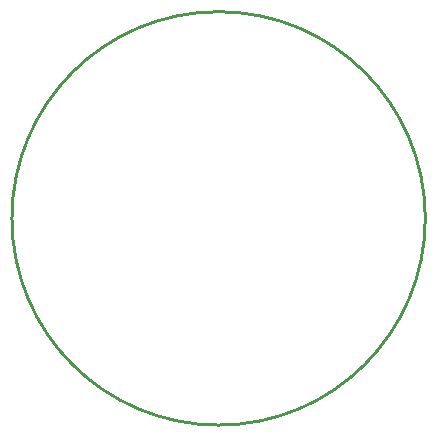
<source format=gko>
G04 Layer: BoardOutlineLayer*
G04 EasyEDA v6.5.42, 2024-03-03 20:16:13*
G04 2dd346860b7e4ad097e02c02aa15ffe7,ed70181f279245e6aff80281ee7dc86a,10*
G04 Gerber Generator version 0.2*
G04 Scale: 100 percent, Rotated: No, Reflected: No *
G04 Dimensions in millimeters *
G04 leading zeros omitted , absolute positions ,4 integer and 5 decimal *
%FSLAX45Y45*%
%MOMM*%

%ADD10C,0.2540*%
D10*
G75*
G01
X5350002Y4149979D02*
G03X5350002Y4149979I-1750009J0D01*

%LPD*%
M02*

</source>
